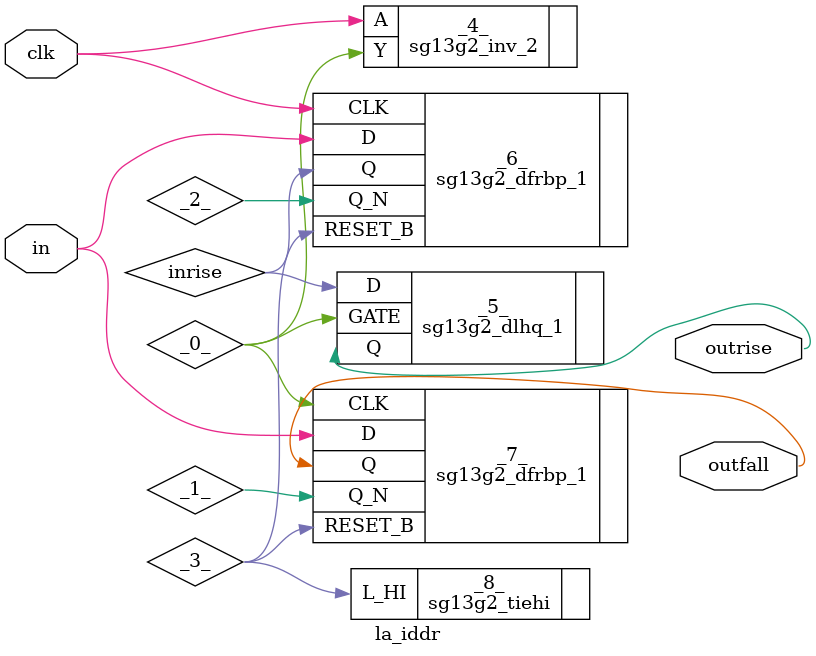
<source format=v>

/* Generated by Yosys 0.44 (git sha1 80ba43d26, g++ 11.4.0-1ubuntu1~22.04 -fPIC -O3) */

(* top =  1  *)
(* src = "generated" *)
module la_iddr (
    clk,
    in,
    outrise,
    outfall
);
  wire _0_;
  (* unused_bits = "0" *)
  wire _1_;
  (* unused_bits = "0" *)
  wire _2_;
  wire _3_;
  (* src = "generated" *)
  input clk;
  wire clk;
  (* src = "generated" *)
  input in;
  wire in;
  (* src = "generated" *)
  wire inrise;
  (* src = "generated" *)
  output outfall;
  wire outfall;
  (* src = "generated" *)
  output outrise;
  wire outrise;
  sg13g2_inv_2 _4_ (
      .A(clk),
      .Y(_0_)
  );
  (* module_not_derived = 32'b00000000000000000000000000000001 *) (* src = "generated" *)
  sg13g2_dlhq_1 _5_ (
      .D(inrise),
      .GATE(_0_),
      .Q(outrise)
  );
  (* src = "generated" *)
  sg13g2_dfrbp_1 _6_ (
      .CLK(clk),
      .D(in),
      .Q(inrise),
      .Q_N(_2_),
      .RESET_B(_3_)
  );
  (* src = "generated" *)
  sg13g2_dfrbp_1 _7_ (
      .CLK(_0_),
      .D(in),
      .Q(outfall),
      .Q_N(_1_),
      .RESET_B(_3_)
  );
  sg13g2_tiehi _8_ (.L_HI(_3_));
endmodule

</source>
